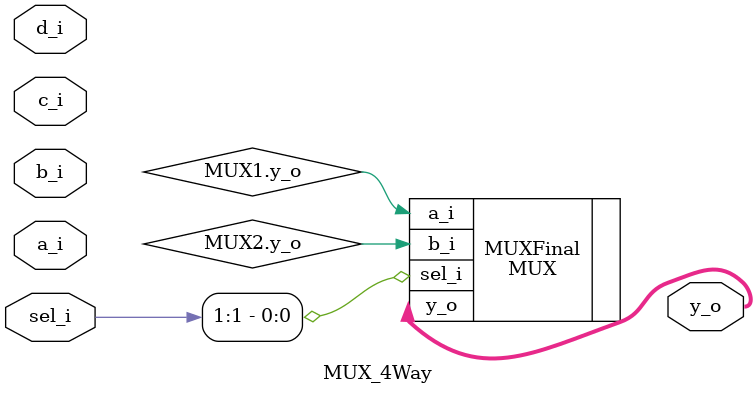
<source format=v>
module MUX_4Way (
    a_i,
    b_i,
    c_i,
    d_i,
    sel_i,
    y_o
);

input [31:0] a_i;
input [31:0] b_i;
input [31:0] c_i;
input [31:0] d_i;
input [1:0] sel_i;
output [31:0] y_o;

MUX MUX1(
    .a_i(a_i),
    .b_i(b_i),
    .sel_i(sel_i[0]),
    .y_o()
);

MUX MUX2(
    .a_i(c_i),
    .b_i(d_i),
    .sel_i(sel_i[0]),
    .y_o()
);

MUX MUXFinal(
    .a_i(MUX1.y_o),
    .b_i(MUX2.y_o),
    .sel_i(sel_i[1]),
    .y_o(y_o)
);
    
endmodule
</source>
